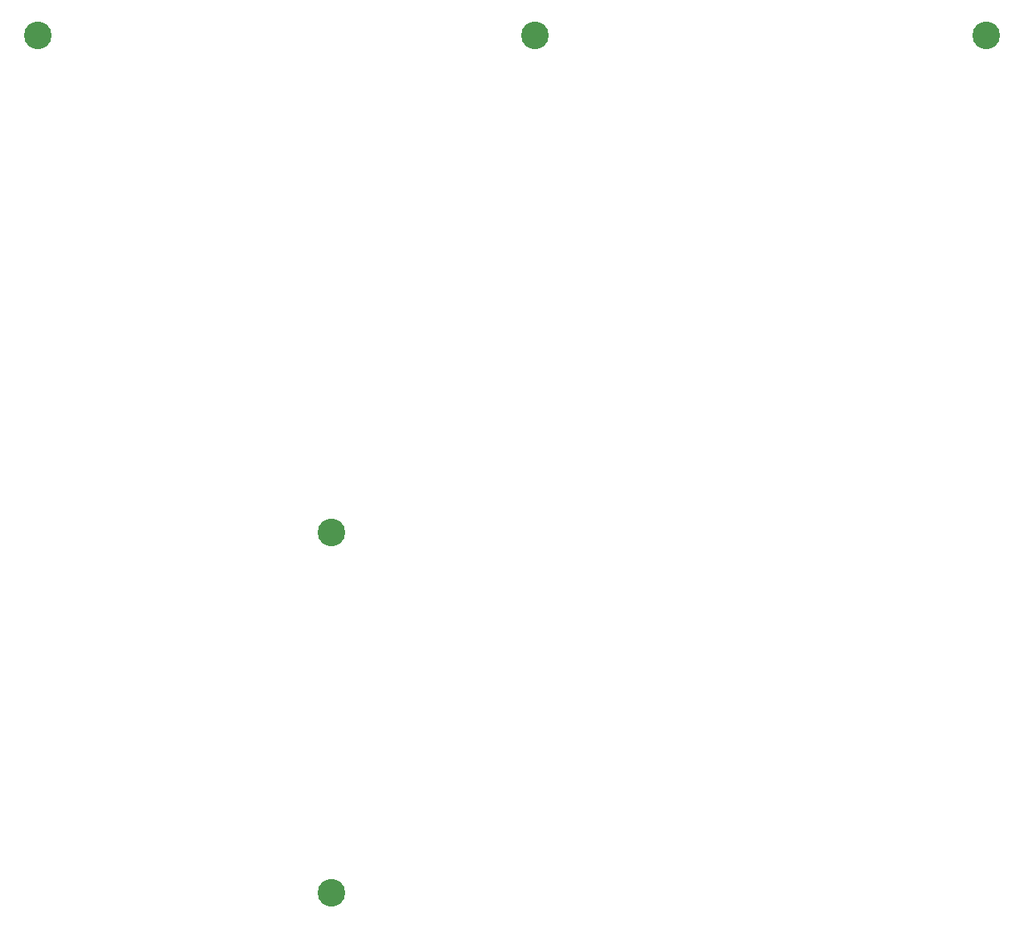
<source format=gbr>
%TF.GenerationSoftware,KiCad,Pcbnew,7.0.5-0*%
%TF.CreationDate,2023-08-05T16:24:15-05:00*%
%TF.ProjectId,Plate,506c6174-652e-46b6-9963-61645f706362,0*%
%TF.SameCoordinates,Original*%
%TF.FileFunction,Soldermask,Top*%
%TF.FilePolarity,Negative*%
%FSLAX46Y46*%
G04 Gerber Fmt 4.6, Leading zero omitted, Abs format (unit mm)*
G04 Created by KiCad (PCBNEW 7.0.5-0) date 2023-08-05 16:24:15*
%MOMM*%
%LPD*%
G01*
G04 APERTURE LIST*
%ADD10C,2.900000*%
G04 APERTURE END LIST*
D10*
%TO.C,H105*%
X121875000Y-149000000D03*
%TD*%
%TO.C,H104*%
X121875000Y-111000000D03*
%TD*%
%TO.C,H103*%
X190750000Y-58750000D03*
%TD*%
%TO.C,H102*%
X143250000Y-58750000D03*
%TD*%
%TO.C,H101*%
X91000000Y-58750000D03*
%TD*%
M02*

</source>
